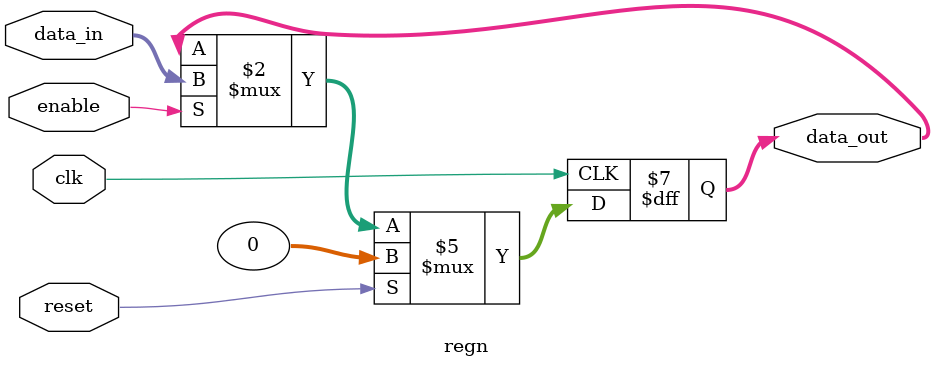
<source format=v>
module regn(
	input signed [31:0] data_in,
	input clk, enable, reset,
	output reg signed [31:0] data_out
	);
	
	//set and retrieve data
	always @(posedge clk)
	begin
	    if(reset)
		    data_out <= 32'h0000;
	    else if(enable)
		    data_out <= data_in;
	end
	
endmodule
</source>
